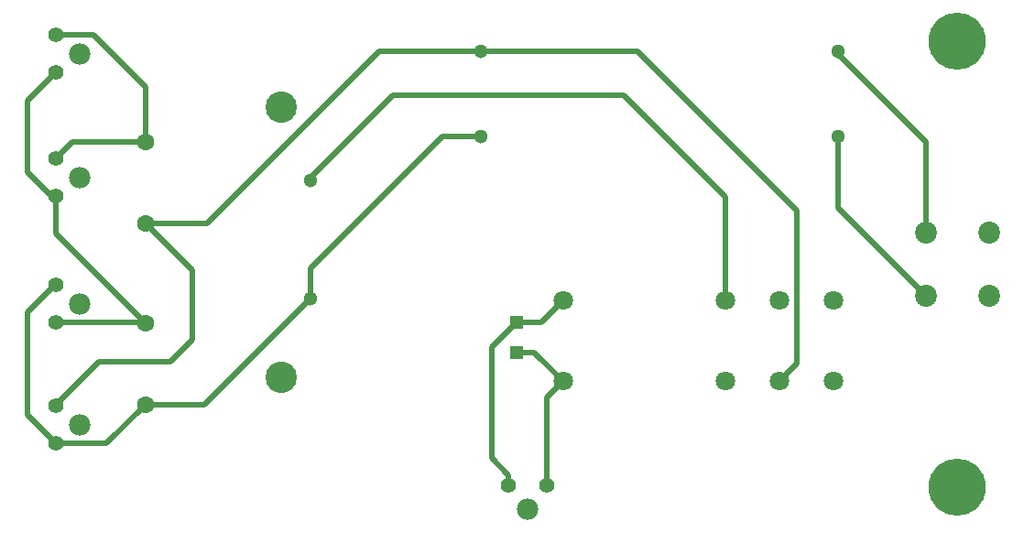
<source format=gbr>
G04 #@! TF.FileFunction,Copper,L1,Top,Signal*
%FSLAX46Y46*%
G04 Gerber Fmt 4.6, Leading zero omitted, Abs format (unit mm)*
G04 Created by KiCad (PCBNEW 4.0.7-e2-6376~58~ubuntu16.04.1) date Sun Feb  4 09:06:46 2018*
%MOMM*%
%LPD*%
G01*
G04 APERTURE LIST*
%ADD10C,0.100000*%
%ADD11C,1.800000*%
%ADD12R,1.200000X1.200000*%
%ADD13C,1.600000*%
%ADD14C,1.397000*%
%ADD15C,1.981000*%
%ADD16C,1.300000*%
%ADD17C,2.900000*%
%ADD18C,2.020000*%
%ADD19C,5.280000*%
%ADD20C,0.508000*%
G04 APERTURE END LIST*
D10*
D11*
X172908000Y-56254000D03*
X172908000Y-63754000D03*
X167908000Y-63754000D03*
X152908000Y-63754000D03*
X152908000Y-56254000D03*
X167908000Y-56254000D03*
X177908000Y-63754000D03*
X177908000Y-56254000D03*
D12*
X148590000Y-58290000D03*
X148590000Y-61090000D03*
D13*
X114300000Y-58420000D03*
X114290000Y-65920000D03*
X114300000Y-41656000D03*
X114290000Y-49156000D03*
D14*
X106000000Y-66040000D03*
X106000000Y-69540000D03*
D15*
X108230000Y-67790000D03*
D14*
X151384000Y-73406000D03*
X147884000Y-73406000D03*
D15*
X149634000Y-75636000D03*
D16*
X178308000Y-41148000D03*
X145308000Y-41148000D03*
X178308000Y-33274000D03*
X145308000Y-33274000D03*
D14*
X106000000Y-31750000D03*
X106000000Y-35250000D03*
D15*
X108230000Y-33500000D03*
D14*
X106000000Y-43180000D03*
X106000000Y-46680000D03*
D15*
X108230000Y-44930000D03*
D14*
X106000000Y-54864000D03*
X106000000Y-58364000D03*
D15*
X108230000Y-56614000D03*
D16*
X129540000Y-56134000D03*
X129540000Y-45234000D03*
D17*
X126870000Y-63447000D03*
X126870000Y-38407000D03*
D18*
X186436000Y-55880000D03*
X186436000Y-50040000D03*
X192286000Y-50040000D03*
X192286000Y-55880000D03*
D19*
X189366000Y-32350000D03*
X189366000Y-73570000D03*
D20*
X147884000Y-73406000D02*
X147884000Y-72446000D01*
X146304000Y-60576000D02*
X148590000Y-58290000D01*
X146304000Y-70866000D02*
X146304000Y-60576000D01*
X147884000Y-72446000D02*
X146304000Y-70866000D01*
X148590000Y-58290000D02*
X150872000Y-58290000D01*
X150872000Y-58290000D02*
X152908000Y-56254000D01*
X151384000Y-73406000D02*
X151384000Y-65278000D01*
X151384000Y-65278000D02*
X152908000Y-63754000D01*
X148590000Y-61090000D02*
X150244000Y-61090000D01*
X150244000Y-61090000D02*
X152908000Y-63754000D01*
X106000000Y-46680000D02*
X106000000Y-50120000D01*
X106000000Y-50120000D02*
X114300000Y-58420000D01*
X106000000Y-46680000D02*
X105608000Y-46680000D01*
X105608000Y-46680000D02*
X103378000Y-44450000D01*
X103378000Y-37872000D02*
X106000000Y-35250000D01*
X103378000Y-44450000D02*
X103378000Y-37872000D01*
X106000000Y-58364000D02*
X114244000Y-58364000D01*
X114244000Y-58364000D02*
X114300000Y-58420000D01*
X106426000Y-35250000D02*
X106426000Y-35306000D01*
X129540000Y-56134000D02*
X129540000Y-53340000D01*
X141732000Y-41148000D02*
X145308000Y-41148000D01*
X129540000Y-53340000D02*
X141732000Y-41148000D01*
X114290000Y-65920000D02*
X119754000Y-65920000D01*
X119754000Y-65920000D02*
X129540000Y-56134000D01*
X106000000Y-54864000D02*
X105918000Y-54864000D01*
X105918000Y-54864000D02*
X103378000Y-57404000D01*
X103378000Y-66918000D02*
X106000000Y-69540000D01*
X103378000Y-57404000D02*
X103378000Y-66918000D01*
X106000000Y-69540000D02*
X110670000Y-69540000D01*
X110670000Y-69540000D02*
X114290000Y-65920000D01*
X106000000Y-31750000D02*
X109474000Y-31750000D01*
X114300000Y-36576000D02*
X114300000Y-41656000D01*
X109474000Y-31750000D02*
X114300000Y-36576000D01*
X114300000Y-41656000D02*
X107524000Y-41656000D01*
X107524000Y-41656000D02*
X106000000Y-43180000D01*
X106000000Y-66040000D02*
X106000000Y-65958000D01*
X106000000Y-65958000D02*
X109982000Y-61976000D01*
X118618000Y-53484000D02*
X114290000Y-49156000D01*
X118618000Y-59944000D02*
X118618000Y-53484000D01*
X116586000Y-61976000D02*
X118618000Y-59944000D01*
X109982000Y-61976000D02*
X116586000Y-61976000D01*
X145308000Y-33274000D02*
X159766000Y-33274000D01*
X174498000Y-62164000D02*
X172908000Y-63754000D01*
X174498000Y-48006000D02*
X174498000Y-62164000D01*
X159766000Y-33274000D02*
X174498000Y-48006000D01*
X113912000Y-49156000D02*
X114290000Y-49156000D01*
X114290000Y-49156000D02*
X120008000Y-49156000D01*
X135890000Y-33274000D02*
X145308000Y-33274000D01*
X120008000Y-49156000D02*
X135890000Y-33274000D01*
X178308000Y-33274000D02*
X178308000Y-33528000D01*
X178308000Y-33528000D02*
X186436000Y-41656000D01*
X186436000Y-41656000D02*
X186436000Y-50040000D01*
X178308000Y-41148000D02*
X178308000Y-47752000D01*
X178308000Y-47752000D02*
X186436000Y-55880000D01*
X129540000Y-45234000D02*
X129540000Y-44958000D01*
X129540000Y-44958000D02*
X137160000Y-37338000D01*
X167908000Y-46750000D02*
X167908000Y-56254000D01*
X158496000Y-37338000D02*
X167908000Y-46750000D01*
X137160000Y-37338000D02*
X158496000Y-37338000D01*
X129540000Y-45234000D02*
X129772000Y-45234000D01*
M02*

</source>
